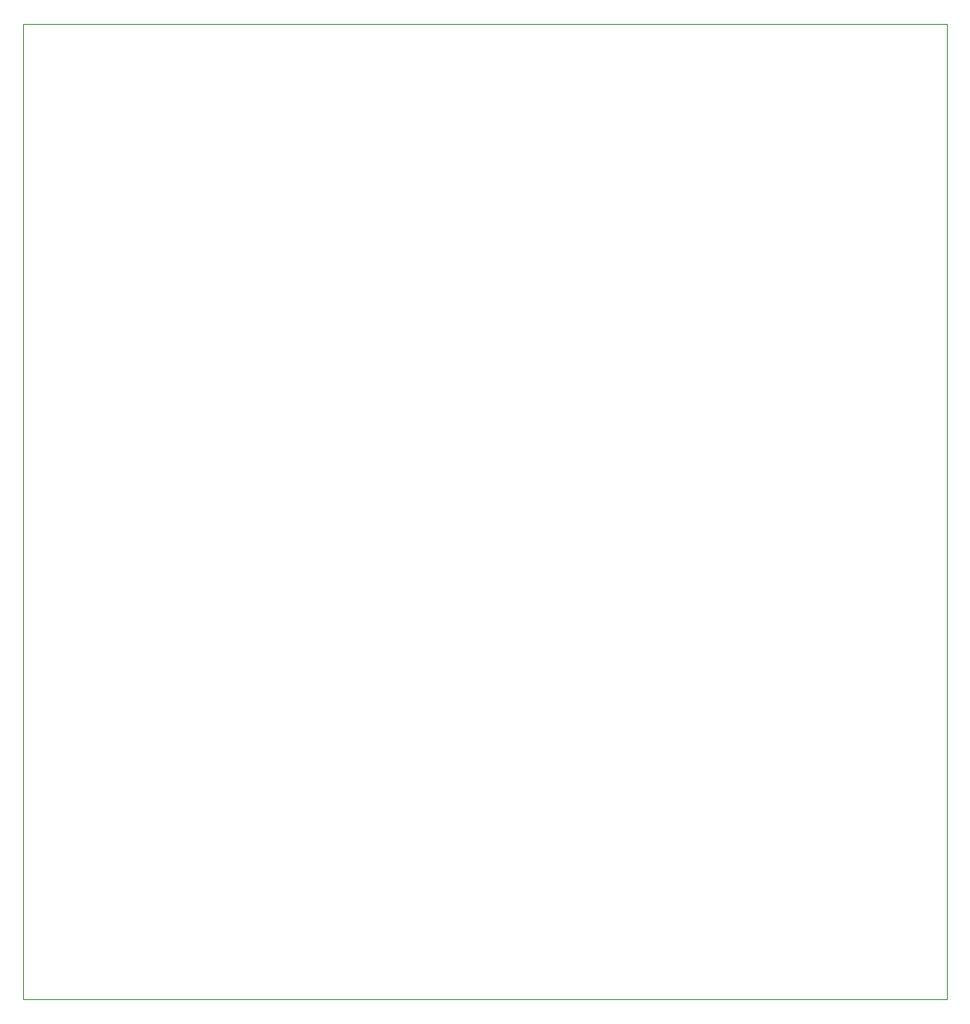
<source format=gm1>
G75*
G70*
%OFA0B0*%
%FSLAX24Y24*%
%IPPOS*%
%LPD*%
%AMOC8*
5,1,8,0,0,1.08239X$1,22.5*
%
%ADD10C,0.0000*%
D10*
X004331Y006913D02*
X004331Y044913D01*
X040331Y044913D01*
X040331Y006913D01*
X004331Y006913D01*
M02*

</source>
